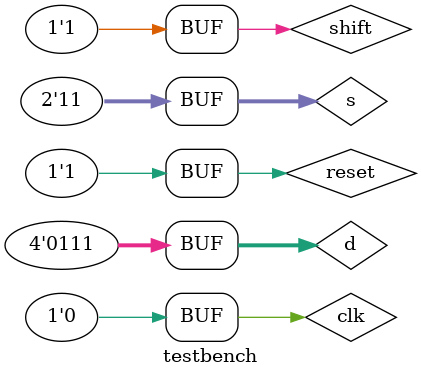
<source format=sv>
`timescale 1ns / 1ps


module testbench(

    );
    logic clk;
    logic reset;
    logic shift;
    logic [1:0]s;
    logic [3:0]d;
    logic [3:0]q;
    
    register2 r2(clk,reset,shift,s,d,q);
    always
    begin
    clk = 1; #20; 
    clk = 0; #20;
    end
    initial begin
    reset = 1; shift = 0; s[1] = 0; s[0] = 0; d = 4'b0000; #20;
    reset = 0;  #20;
    for(int i = 0; i < 5; i++) begin
        d = i; #20;
        end
    s[0] = 1; d = 0; #20;
    for(int i = 0; i < 16; i++) begin
        d = i; #20;
        end
    s[0] = 0; s[1] = 1; d = 4'b0000; #20
    for(int i = 0; i < 8; i++) begin
        d = i; #20;
        end
    s[0] = 1;  d = 4'b0000; #20;
    for(int i = 0; i < 8; i++) begin
        d = i; #20;
        end
    shift = 1; #20;
    #140;
    reset = 1;#60;
end     
endmodule

</source>
